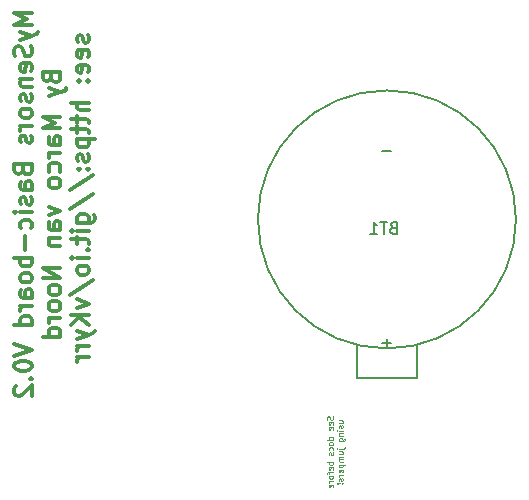
<source format=gbo>
G04 #@! TF.FileFunction,Legend,Bot*
%FSLAX46Y46*%
G04 Gerber Fmt 4.6, Leading zero omitted, Abs format (unit mm)*
G04 Created by KiCad (PCBNEW 4.0.2-stable) date 23-Jul-16 5:25:39 PM*
%MOMM*%
G01*
G04 APERTURE LIST*
%ADD10C,0.100000*%
%ADD11C,0.125000*%
%ADD12C,0.300000*%
%ADD13C,0.150000*%
G04 APERTURE END LIST*
D10*
D11*
X172954381Y-127937002D02*
X172978190Y-128008431D01*
X172978190Y-128127478D01*
X172954381Y-128175097D01*
X172930571Y-128198907D01*
X172882952Y-128222716D01*
X172835333Y-128222716D01*
X172787714Y-128198907D01*
X172763905Y-128175097D01*
X172740095Y-128127478D01*
X172716286Y-128032240D01*
X172692476Y-127984621D01*
X172668667Y-127960812D01*
X172621048Y-127937002D01*
X172573429Y-127937002D01*
X172525810Y-127960812D01*
X172502000Y-127984621D01*
X172478190Y-128032240D01*
X172478190Y-128151288D01*
X172502000Y-128222716D01*
X172954381Y-128627478D02*
X172978190Y-128579859D01*
X172978190Y-128484621D01*
X172954381Y-128437002D01*
X172906762Y-128413192D01*
X172716286Y-128413192D01*
X172668667Y-128437002D01*
X172644857Y-128484621D01*
X172644857Y-128579859D01*
X172668667Y-128627478D01*
X172716286Y-128651287D01*
X172763905Y-128651287D01*
X172811524Y-128413192D01*
X172954381Y-129056049D02*
X172978190Y-129008430D01*
X172978190Y-128913192D01*
X172954381Y-128865573D01*
X172906762Y-128841763D01*
X172716286Y-128841763D01*
X172668667Y-128865573D01*
X172644857Y-128913192D01*
X172644857Y-129008430D01*
X172668667Y-129056049D01*
X172716286Y-129079858D01*
X172763905Y-129079858D01*
X172811524Y-128841763D01*
X172978190Y-129889381D02*
X172478190Y-129889381D01*
X172954381Y-129889381D02*
X172978190Y-129841762D01*
X172978190Y-129746524D01*
X172954381Y-129698905D01*
X172930571Y-129675096D01*
X172882952Y-129651286D01*
X172740095Y-129651286D01*
X172692476Y-129675096D01*
X172668667Y-129698905D01*
X172644857Y-129746524D01*
X172644857Y-129841762D01*
X172668667Y-129889381D01*
X172978190Y-130198905D02*
X172954381Y-130151286D01*
X172930571Y-130127477D01*
X172882952Y-130103667D01*
X172740095Y-130103667D01*
X172692476Y-130127477D01*
X172668667Y-130151286D01*
X172644857Y-130198905D01*
X172644857Y-130270334D01*
X172668667Y-130317953D01*
X172692476Y-130341762D01*
X172740095Y-130365572D01*
X172882952Y-130365572D01*
X172930571Y-130341762D01*
X172954381Y-130317953D01*
X172978190Y-130270334D01*
X172978190Y-130198905D01*
X172954381Y-130794143D02*
X172978190Y-130746524D01*
X172978190Y-130651286D01*
X172954381Y-130603667D01*
X172930571Y-130579858D01*
X172882952Y-130556048D01*
X172740095Y-130556048D01*
X172692476Y-130579858D01*
X172668667Y-130603667D01*
X172644857Y-130651286D01*
X172644857Y-130746524D01*
X172668667Y-130794143D01*
X172954381Y-130984619D02*
X172978190Y-131032238D01*
X172978190Y-131127476D01*
X172954381Y-131175095D01*
X172906762Y-131198905D01*
X172882952Y-131198905D01*
X172835333Y-131175095D01*
X172811524Y-131127476D01*
X172811524Y-131056048D01*
X172787714Y-131008429D01*
X172740095Y-130984619D01*
X172716286Y-130984619D01*
X172668667Y-131008429D01*
X172644857Y-131056048D01*
X172644857Y-131127476D01*
X172668667Y-131175095D01*
X172978190Y-131794143D02*
X172478190Y-131794143D01*
X172668667Y-131794143D02*
X172644857Y-131841762D01*
X172644857Y-131937000D01*
X172668667Y-131984619D01*
X172692476Y-132008428D01*
X172740095Y-132032238D01*
X172882952Y-132032238D01*
X172930571Y-132008428D01*
X172954381Y-131984619D01*
X172978190Y-131937000D01*
X172978190Y-131841762D01*
X172954381Y-131794143D01*
X172954381Y-132437000D02*
X172978190Y-132389381D01*
X172978190Y-132294143D01*
X172954381Y-132246524D01*
X172906762Y-132222714D01*
X172716286Y-132222714D01*
X172668667Y-132246524D01*
X172644857Y-132294143D01*
X172644857Y-132389381D01*
X172668667Y-132437000D01*
X172716286Y-132460809D01*
X172763905Y-132460809D01*
X172811524Y-132222714D01*
X172644857Y-132603666D02*
X172644857Y-132794142D01*
X172978190Y-132675095D02*
X172549619Y-132675095D01*
X172502000Y-132698904D01*
X172478190Y-132746523D01*
X172478190Y-132794142D01*
X172978190Y-133032237D02*
X172954381Y-132984618D01*
X172930571Y-132960809D01*
X172882952Y-132936999D01*
X172740095Y-132936999D01*
X172692476Y-132960809D01*
X172668667Y-132984618D01*
X172644857Y-133032237D01*
X172644857Y-133103666D01*
X172668667Y-133151285D01*
X172692476Y-133175094D01*
X172740095Y-133198904D01*
X172882952Y-133198904D01*
X172930571Y-133175094D01*
X172954381Y-133151285D01*
X172978190Y-133103666D01*
X172978190Y-133032237D01*
X172978190Y-133413190D02*
X172644857Y-133413190D01*
X172740095Y-133413190D02*
X172692476Y-133436999D01*
X172668667Y-133460809D01*
X172644857Y-133508428D01*
X172644857Y-133556047D01*
X172954381Y-133913190D02*
X172978190Y-133865571D01*
X172978190Y-133770333D01*
X172954381Y-133722714D01*
X172906762Y-133698904D01*
X172716286Y-133698904D01*
X172668667Y-133722714D01*
X172644857Y-133770333D01*
X172644857Y-133865571D01*
X172668667Y-133913190D01*
X172716286Y-133936999D01*
X172763905Y-133936999D01*
X172811524Y-133698904D01*
X173469857Y-128484619D02*
X173803190Y-128484619D01*
X173469857Y-128270334D02*
X173731762Y-128270334D01*
X173779381Y-128294143D01*
X173803190Y-128341762D01*
X173803190Y-128413191D01*
X173779381Y-128460810D01*
X173755571Y-128484619D01*
X173779381Y-128698905D02*
X173803190Y-128746524D01*
X173803190Y-128841762D01*
X173779381Y-128889381D01*
X173731762Y-128913191D01*
X173707952Y-128913191D01*
X173660333Y-128889381D01*
X173636524Y-128841762D01*
X173636524Y-128770334D01*
X173612714Y-128722715D01*
X173565095Y-128698905D01*
X173541286Y-128698905D01*
X173493667Y-128722715D01*
X173469857Y-128770334D01*
X173469857Y-128841762D01*
X173493667Y-128889381D01*
X173803190Y-129127477D02*
X173469857Y-129127477D01*
X173303190Y-129127477D02*
X173327000Y-129103667D01*
X173350810Y-129127477D01*
X173327000Y-129151286D01*
X173303190Y-129127477D01*
X173350810Y-129127477D01*
X173469857Y-129365572D02*
X173803190Y-129365572D01*
X173517476Y-129365572D02*
X173493667Y-129389381D01*
X173469857Y-129437000D01*
X173469857Y-129508429D01*
X173493667Y-129556048D01*
X173541286Y-129579857D01*
X173803190Y-129579857D01*
X173469857Y-130032238D02*
X173874619Y-130032238D01*
X173922238Y-130008429D01*
X173946048Y-129984619D01*
X173969857Y-129937000D01*
X173969857Y-129865572D01*
X173946048Y-129817953D01*
X173779381Y-130032238D02*
X173803190Y-129984619D01*
X173803190Y-129889381D01*
X173779381Y-129841762D01*
X173755571Y-129817953D01*
X173707952Y-129794143D01*
X173565095Y-129794143D01*
X173517476Y-129817953D01*
X173493667Y-129841762D01*
X173469857Y-129889381D01*
X173469857Y-129984619D01*
X173493667Y-130032238D01*
X173469857Y-130651286D02*
X173898429Y-130651286D01*
X173946048Y-130627476D01*
X173969857Y-130579857D01*
X173969857Y-130556048D01*
X173303190Y-130651286D02*
X173327000Y-130627476D01*
X173350810Y-130651286D01*
X173327000Y-130675095D01*
X173303190Y-130651286D01*
X173350810Y-130651286D01*
X173469857Y-131103666D02*
X173803190Y-131103666D01*
X173469857Y-130889381D02*
X173731762Y-130889381D01*
X173779381Y-130913190D01*
X173803190Y-130960809D01*
X173803190Y-131032238D01*
X173779381Y-131079857D01*
X173755571Y-131103666D01*
X173803190Y-131341762D02*
X173469857Y-131341762D01*
X173517476Y-131341762D02*
X173493667Y-131365571D01*
X173469857Y-131413190D01*
X173469857Y-131484619D01*
X173493667Y-131532238D01*
X173541286Y-131556047D01*
X173803190Y-131556047D01*
X173541286Y-131556047D02*
X173493667Y-131579857D01*
X173469857Y-131627476D01*
X173469857Y-131698904D01*
X173493667Y-131746524D01*
X173541286Y-131770333D01*
X173803190Y-131770333D01*
X173469857Y-132008429D02*
X173969857Y-132008429D01*
X173493667Y-132008429D02*
X173469857Y-132056048D01*
X173469857Y-132151286D01*
X173493667Y-132198905D01*
X173517476Y-132222714D01*
X173565095Y-132246524D01*
X173707952Y-132246524D01*
X173755571Y-132222714D01*
X173779381Y-132198905D01*
X173803190Y-132151286D01*
X173803190Y-132056048D01*
X173779381Y-132008429D01*
X173779381Y-132651286D02*
X173803190Y-132603667D01*
X173803190Y-132508429D01*
X173779381Y-132460810D01*
X173731762Y-132437000D01*
X173541286Y-132437000D01*
X173493667Y-132460810D01*
X173469857Y-132508429D01*
X173469857Y-132603667D01*
X173493667Y-132651286D01*
X173541286Y-132675095D01*
X173588905Y-132675095D01*
X173636524Y-132437000D01*
X173803190Y-132889381D02*
X173469857Y-132889381D01*
X173565095Y-132889381D02*
X173517476Y-132913190D01*
X173493667Y-132937000D01*
X173469857Y-132984619D01*
X173469857Y-133032238D01*
X173779381Y-133175095D02*
X173803190Y-133222714D01*
X173803190Y-133317952D01*
X173779381Y-133365571D01*
X173731762Y-133389381D01*
X173707952Y-133389381D01*
X173660333Y-133365571D01*
X173636524Y-133317952D01*
X173636524Y-133246524D01*
X173612714Y-133198905D01*
X173565095Y-133175095D01*
X173541286Y-133175095D01*
X173493667Y-133198905D01*
X173469857Y-133246524D01*
X173469857Y-133317952D01*
X173493667Y-133365571D01*
X173755571Y-133603667D02*
X173779381Y-133627476D01*
X173803190Y-133603667D01*
X173779381Y-133579857D01*
X173755571Y-133603667D01*
X173803190Y-133603667D01*
X173612714Y-133603667D02*
X173327000Y-133579857D01*
X173303190Y-133603667D01*
X173327000Y-133627476D01*
X173612714Y-133603667D01*
X173303190Y-133603667D01*
D12*
X147503571Y-93803429D02*
X146003571Y-93803429D01*
X147075000Y-94303429D01*
X146003571Y-94803429D01*
X147503571Y-94803429D01*
X146503571Y-95374858D02*
X147503571Y-95732001D01*
X146503571Y-96089143D02*
X147503571Y-95732001D01*
X147860714Y-95589143D01*
X147932143Y-95517715D01*
X148003571Y-95374858D01*
X147432143Y-96589143D02*
X147503571Y-96803429D01*
X147503571Y-97160572D01*
X147432143Y-97303429D01*
X147360714Y-97374858D01*
X147217857Y-97446286D01*
X147075000Y-97446286D01*
X146932143Y-97374858D01*
X146860714Y-97303429D01*
X146789286Y-97160572D01*
X146717857Y-96874858D01*
X146646429Y-96732000D01*
X146575000Y-96660572D01*
X146432143Y-96589143D01*
X146289286Y-96589143D01*
X146146429Y-96660572D01*
X146075000Y-96732000D01*
X146003571Y-96874858D01*
X146003571Y-97232000D01*
X146075000Y-97446286D01*
X147432143Y-98660571D02*
X147503571Y-98517714D01*
X147503571Y-98232000D01*
X147432143Y-98089143D01*
X147289286Y-98017714D01*
X146717857Y-98017714D01*
X146575000Y-98089143D01*
X146503571Y-98232000D01*
X146503571Y-98517714D01*
X146575000Y-98660571D01*
X146717857Y-98732000D01*
X146860714Y-98732000D01*
X147003571Y-98017714D01*
X146503571Y-99374857D02*
X147503571Y-99374857D01*
X146646429Y-99374857D02*
X146575000Y-99446285D01*
X146503571Y-99589143D01*
X146503571Y-99803428D01*
X146575000Y-99946285D01*
X146717857Y-100017714D01*
X147503571Y-100017714D01*
X147432143Y-100660571D02*
X147503571Y-100803428D01*
X147503571Y-101089143D01*
X147432143Y-101232000D01*
X147289286Y-101303428D01*
X147217857Y-101303428D01*
X147075000Y-101232000D01*
X147003571Y-101089143D01*
X147003571Y-100874857D01*
X146932143Y-100732000D01*
X146789286Y-100660571D01*
X146717857Y-100660571D01*
X146575000Y-100732000D01*
X146503571Y-100874857D01*
X146503571Y-101089143D01*
X146575000Y-101232000D01*
X147503571Y-102160572D02*
X147432143Y-102017714D01*
X147360714Y-101946286D01*
X147217857Y-101874857D01*
X146789286Y-101874857D01*
X146646429Y-101946286D01*
X146575000Y-102017714D01*
X146503571Y-102160572D01*
X146503571Y-102374857D01*
X146575000Y-102517714D01*
X146646429Y-102589143D01*
X146789286Y-102660572D01*
X147217857Y-102660572D01*
X147360714Y-102589143D01*
X147432143Y-102517714D01*
X147503571Y-102374857D01*
X147503571Y-102160572D01*
X147503571Y-103303429D02*
X146503571Y-103303429D01*
X146789286Y-103303429D02*
X146646429Y-103374857D01*
X146575000Y-103446286D01*
X146503571Y-103589143D01*
X146503571Y-103732000D01*
X147432143Y-104160571D02*
X147503571Y-104303428D01*
X147503571Y-104589143D01*
X147432143Y-104732000D01*
X147289286Y-104803428D01*
X147217857Y-104803428D01*
X147075000Y-104732000D01*
X147003571Y-104589143D01*
X147003571Y-104374857D01*
X146932143Y-104232000D01*
X146789286Y-104160571D01*
X146717857Y-104160571D01*
X146575000Y-104232000D01*
X146503571Y-104374857D01*
X146503571Y-104589143D01*
X146575000Y-104732000D01*
X146717857Y-107089143D02*
X146789286Y-107303429D01*
X146860714Y-107374857D01*
X147003571Y-107446286D01*
X147217857Y-107446286D01*
X147360714Y-107374857D01*
X147432143Y-107303429D01*
X147503571Y-107160571D01*
X147503571Y-106589143D01*
X146003571Y-106589143D01*
X146003571Y-107089143D01*
X146075000Y-107232000D01*
X146146429Y-107303429D01*
X146289286Y-107374857D01*
X146432143Y-107374857D01*
X146575000Y-107303429D01*
X146646429Y-107232000D01*
X146717857Y-107089143D01*
X146717857Y-106589143D01*
X147503571Y-108732000D02*
X146717857Y-108732000D01*
X146575000Y-108660571D01*
X146503571Y-108517714D01*
X146503571Y-108232000D01*
X146575000Y-108089143D01*
X147432143Y-108732000D02*
X147503571Y-108589143D01*
X147503571Y-108232000D01*
X147432143Y-108089143D01*
X147289286Y-108017714D01*
X147146429Y-108017714D01*
X147003571Y-108089143D01*
X146932143Y-108232000D01*
X146932143Y-108589143D01*
X146860714Y-108732000D01*
X147432143Y-109374857D02*
X147503571Y-109517714D01*
X147503571Y-109803429D01*
X147432143Y-109946286D01*
X147289286Y-110017714D01*
X147217857Y-110017714D01*
X147075000Y-109946286D01*
X147003571Y-109803429D01*
X147003571Y-109589143D01*
X146932143Y-109446286D01*
X146789286Y-109374857D01*
X146717857Y-109374857D01*
X146575000Y-109446286D01*
X146503571Y-109589143D01*
X146503571Y-109803429D01*
X146575000Y-109946286D01*
X147503571Y-110660572D02*
X146503571Y-110660572D01*
X146003571Y-110660572D02*
X146075000Y-110589143D01*
X146146429Y-110660572D01*
X146075000Y-110732000D01*
X146003571Y-110660572D01*
X146146429Y-110660572D01*
X147432143Y-112017715D02*
X147503571Y-111874858D01*
X147503571Y-111589144D01*
X147432143Y-111446286D01*
X147360714Y-111374858D01*
X147217857Y-111303429D01*
X146789286Y-111303429D01*
X146646429Y-111374858D01*
X146575000Y-111446286D01*
X146503571Y-111589144D01*
X146503571Y-111874858D01*
X146575000Y-112017715D01*
X146932143Y-112660572D02*
X146932143Y-113803429D01*
X147503571Y-114517715D02*
X146003571Y-114517715D01*
X146575000Y-114517715D02*
X146503571Y-114660572D01*
X146503571Y-114946286D01*
X146575000Y-115089143D01*
X146646429Y-115160572D01*
X146789286Y-115232001D01*
X147217857Y-115232001D01*
X147360714Y-115160572D01*
X147432143Y-115089143D01*
X147503571Y-114946286D01*
X147503571Y-114660572D01*
X147432143Y-114517715D01*
X147503571Y-116089144D02*
X147432143Y-115946286D01*
X147360714Y-115874858D01*
X147217857Y-115803429D01*
X146789286Y-115803429D01*
X146646429Y-115874858D01*
X146575000Y-115946286D01*
X146503571Y-116089144D01*
X146503571Y-116303429D01*
X146575000Y-116446286D01*
X146646429Y-116517715D01*
X146789286Y-116589144D01*
X147217857Y-116589144D01*
X147360714Y-116517715D01*
X147432143Y-116446286D01*
X147503571Y-116303429D01*
X147503571Y-116089144D01*
X147503571Y-117874858D02*
X146717857Y-117874858D01*
X146575000Y-117803429D01*
X146503571Y-117660572D01*
X146503571Y-117374858D01*
X146575000Y-117232001D01*
X147432143Y-117874858D02*
X147503571Y-117732001D01*
X147503571Y-117374858D01*
X147432143Y-117232001D01*
X147289286Y-117160572D01*
X147146429Y-117160572D01*
X147003571Y-117232001D01*
X146932143Y-117374858D01*
X146932143Y-117732001D01*
X146860714Y-117874858D01*
X147503571Y-118589144D02*
X146503571Y-118589144D01*
X146789286Y-118589144D02*
X146646429Y-118660572D01*
X146575000Y-118732001D01*
X146503571Y-118874858D01*
X146503571Y-119017715D01*
X147503571Y-120160572D02*
X146003571Y-120160572D01*
X147432143Y-120160572D02*
X147503571Y-120017715D01*
X147503571Y-119732001D01*
X147432143Y-119589143D01*
X147360714Y-119517715D01*
X147217857Y-119446286D01*
X146789286Y-119446286D01*
X146646429Y-119517715D01*
X146575000Y-119589143D01*
X146503571Y-119732001D01*
X146503571Y-120017715D01*
X146575000Y-120160572D01*
X146003571Y-121803429D02*
X147503571Y-122303429D01*
X146003571Y-122803429D01*
X146003571Y-123589143D02*
X146003571Y-123732000D01*
X146075000Y-123874857D01*
X146146429Y-123946286D01*
X146289286Y-124017715D01*
X146575000Y-124089143D01*
X146932143Y-124089143D01*
X147217857Y-124017715D01*
X147360714Y-123946286D01*
X147432143Y-123874857D01*
X147503571Y-123732000D01*
X147503571Y-123589143D01*
X147432143Y-123446286D01*
X147360714Y-123374857D01*
X147217857Y-123303429D01*
X146932143Y-123232000D01*
X146575000Y-123232000D01*
X146289286Y-123303429D01*
X146146429Y-123374857D01*
X146075000Y-123446286D01*
X146003571Y-123589143D01*
X147360714Y-124732000D02*
X147432143Y-124803428D01*
X147503571Y-124732000D01*
X147432143Y-124660571D01*
X147360714Y-124732000D01*
X147503571Y-124732000D01*
X146146429Y-125374857D02*
X146075000Y-125446286D01*
X146003571Y-125589143D01*
X146003571Y-125946286D01*
X146075000Y-126089143D01*
X146146429Y-126160572D01*
X146289286Y-126232000D01*
X146432143Y-126232000D01*
X146646429Y-126160572D01*
X147503571Y-125303429D01*
X147503571Y-126232000D01*
X149117857Y-99267715D02*
X149189286Y-99482001D01*
X149260714Y-99553429D01*
X149403571Y-99624858D01*
X149617857Y-99624858D01*
X149760714Y-99553429D01*
X149832143Y-99482001D01*
X149903571Y-99339143D01*
X149903571Y-98767715D01*
X148403571Y-98767715D01*
X148403571Y-99267715D01*
X148475000Y-99410572D01*
X148546429Y-99482001D01*
X148689286Y-99553429D01*
X148832143Y-99553429D01*
X148975000Y-99482001D01*
X149046429Y-99410572D01*
X149117857Y-99267715D01*
X149117857Y-98767715D01*
X148903571Y-100124858D02*
X149903571Y-100482001D01*
X148903571Y-100839143D02*
X149903571Y-100482001D01*
X150260714Y-100339143D01*
X150332143Y-100267715D01*
X150403571Y-100124858D01*
X149903571Y-102553429D02*
X148403571Y-102553429D01*
X149475000Y-103053429D01*
X148403571Y-103553429D01*
X149903571Y-103553429D01*
X149903571Y-104910572D02*
X149117857Y-104910572D01*
X148975000Y-104839143D01*
X148903571Y-104696286D01*
X148903571Y-104410572D01*
X148975000Y-104267715D01*
X149832143Y-104910572D02*
X149903571Y-104767715D01*
X149903571Y-104410572D01*
X149832143Y-104267715D01*
X149689286Y-104196286D01*
X149546429Y-104196286D01*
X149403571Y-104267715D01*
X149332143Y-104410572D01*
X149332143Y-104767715D01*
X149260714Y-104910572D01*
X149903571Y-105624858D02*
X148903571Y-105624858D01*
X149189286Y-105624858D02*
X149046429Y-105696286D01*
X148975000Y-105767715D01*
X148903571Y-105910572D01*
X148903571Y-106053429D01*
X149832143Y-107196286D02*
X149903571Y-107053429D01*
X149903571Y-106767715D01*
X149832143Y-106624857D01*
X149760714Y-106553429D01*
X149617857Y-106482000D01*
X149189286Y-106482000D01*
X149046429Y-106553429D01*
X148975000Y-106624857D01*
X148903571Y-106767715D01*
X148903571Y-107053429D01*
X148975000Y-107196286D01*
X149903571Y-108053429D02*
X149832143Y-107910571D01*
X149760714Y-107839143D01*
X149617857Y-107767714D01*
X149189286Y-107767714D01*
X149046429Y-107839143D01*
X148975000Y-107910571D01*
X148903571Y-108053429D01*
X148903571Y-108267714D01*
X148975000Y-108410571D01*
X149046429Y-108482000D01*
X149189286Y-108553429D01*
X149617857Y-108553429D01*
X149760714Y-108482000D01*
X149832143Y-108410571D01*
X149903571Y-108267714D01*
X149903571Y-108053429D01*
X148903571Y-110196286D02*
X149903571Y-110553429D01*
X148903571Y-110910571D01*
X149903571Y-112124857D02*
X149117857Y-112124857D01*
X148975000Y-112053428D01*
X148903571Y-111910571D01*
X148903571Y-111624857D01*
X148975000Y-111482000D01*
X149832143Y-112124857D02*
X149903571Y-111982000D01*
X149903571Y-111624857D01*
X149832143Y-111482000D01*
X149689286Y-111410571D01*
X149546429Y-111410571D01*
X149403571Y-111482000D01*
X149332143Y-111624857D01*
X149332143Y-111982000D01*
X149260714Y-112124857D01*
X148903571Y-112839143D02*
X149903571Y-112839143D01*
X149046429Y-112839143D02*
X148975000Y-112910571D01*
X148903571Y-113053429D01*
X148903571Y-113267714D01*
X148975000Y-113410571D01*
X149117857Y-113482000D01*
X149903571Y-113482000D01*
X149903571Y-115339143D02*
X148403571Y-115339143D01*
X149903571Y-116196286D01*
X148403571Y-116196286D01*
X149903571Y-117124858D02*
X149832143Y-116982000D01*
X149760714Y-116910572D01*
X149617857Y-116839143D01*
X149189286Y-116839143D01*
X149046429Y-116910572D01*
X148975000Y-116982000D01*
X148903571Y-117124858D01*
X148903571Y-117339143D01*
X148975000Y-117482000D01*
X149046429Y-117553429D01*
X149189286Y-117624858D01*
X149617857Y-117624858D01*
X149760714Y-117553429D01*
X149832143Y-117482000D01*
X149903571Y-117339143D01*
X149903571Y-117124858D01*
X149903571Y-118482001D02*
X149832143Y-118339143D01*
X149760714Y-118267715D01*
X149617857Y-118196286D01*
X149189286Y-118196286D01*
X149046429Y-118267715D01*
X148975000Y-118339143D01*
X148903571Y-118482001D01*
X148903571Y-118696286D01*
X148975000Y-118839143D01*
X149046429Y-118910572D01*
X149189286Y-118982001D01*
X149617857Y-118982001D01*
X149760714Y-118910572D01*
X149832143Y-118839143D01*
X149903571Y-118696286D01*
X149903571Y-118482001D01*
X149903571Y-119624858D02*
X148903571Y-119624858D01*
X149189286Y-119624858D02*
X149046429Y-119696286D01*
X148975000Y-119767715D01*
X148903571Y-119910572D01*
X148903571Y-120053429D01*
X149903571Y-121196286D02*
X148403571Y-121196286D01*
X149832143Y-121196286D02*
X149903571Y-121053429D01*
X149903571Y-120767715D01*
X149832143Y-120624857D01*
X149760714Y-120553429D01*
X149617857Y-120482000D01*
X149189286Y-120482000D01*
X149046429Y-120553429D01*
X148975000Y-120624857D01*
X148903571Y-120767715D01*
X148903571Y-121053429D01*
X148975000Y-121196286D01*
X152232143Y-95660570D02*
X152303571Y-95803427D01*
X152303571Y-96089142D01*
X152232143Y-96231999D01*
X152089286Y-96303427D01*
X152017857Y-96303427D01*
X151875000Y-96231999D01*
X151803571Y-96089142D01*
X151803571Y-95874856D01*
X151732143Y-95731999D01*
X151589286Y-95660570D01*
X151517857Y-95660570D01*
X151375000Y-95731999D01*
X151303571Y-95874856D01*
X151303571Y-96089142D01*
X151375000Y-96231999D01*
X152232143Y-97517713D02*
X152303571Y-97374856D01*
X152303571Y-97089142D01*
X152232143Y-96946285D01*
X152089286Y-96874856D01*
X151517857Y-96874856D01*
X151375000Y-96946285D01*
X151303571Y-97089142D01*
X151303571Y-97374856D01*
X151375000Y-97517713D01*
X151517857Y-97589142D01*
X151660714Y-97589142D01*
X151803571Y-96874856D01*
X152232143Y-98803427D02*
X152303571Y-98660570D01*
X152303571Y-98374856D01*
X152232143Y-98231999D01*
X152089286Y-98160570D01*
X151517857Y-98160570D01*
X151375000Y-98231999D01*
X151303571Y-98374856D01*
X151303571Y-98660570D01*
X151375000Y-98803427D01*
X151517857Y-98874856D01*
X151660714Y-98874856D01*
X151803571Y-98160570D01*
X152160714Y-99517713D02*
X152232143Y-99589141D01*
X152303571Y-99517713D01*
X152232143Y-99446284D01*
X152160714Y-99517713D01*
X152303571Y-99517713D01*
X151375000Y-99517713D02*
X151446429Y-99589141D01*
X151517857Y-99517713D01*
X151446429Y-99446284D01*
X151375000Y-99517713D01*
X151517857Y-99517713D01*
X152303571Y-101374856D02*
X150803571Y-101374856D01*
X152303571Y-102017713D02*
X151517857Y-102017713D01*
X151375000Y-101946284D01*
X151303571Y-101803427D01*
X151303571Y-101589142D01*
X151375000Y-101446284D01*
X151446429Y-101374856D01*
X151303571Y-102517713D02*
X151303571Y-103089142D01*
X150803571Y-102731999D02*
X152089286Y-102731999D01*
X152232143Y-102803427D01*
X152303571Y-102946285D01*
X152303571Y-103089142D01*
X151303571Y-103374856D02*
X151303571Y-103946285D01*
X150803571Y-103589142D02*
X152089286Y-103589142D01*
X152232143Y-103660570D01*
X152303571Y-103803428D01*
X152303571Y-103946285D01*
X151303571Y-104446285D02*
X152803571Y-104446285D01*
X151375000Y-104446285D02*
X151303571Y-104589142D01*
X151303571Y-104874856D01*
X151375000Y-105017713D01*
X151446429Y-105089142D01*
X151589286Y-105160571D01*
X152017857Y-105160571D01*
X152160714Y-105089142D01*
X152232143Y-105017713D01*
X152303571Y-104874856D01*
X152303571Y-104589142D01*
X152232143Y-104446285D01*
X152232143Y-105731999D02*
X152303571Y-105874856D01*
X152303571Y-106160571D01*
X152232143Y-106303428D01*
X152089286Y-106374856D01*
X152017857Y-106374856D01*
X151875000Y-106303428D01*
X151803571Y-106160571D01*
X151803571Y-105946285D01*
X151732143Y-105803428D01*
X151589286Y-105731999D01*
X151517857Y-105731999D01*
X151375000Y-105803428D01*
X151303571Y-105946285D01*
X151303571Y-106160571D01*
X151375000Y-106303428D01*
X152160714Y-107017714D02*
X152232143Y-107089142D01*
X152303571Y-107017714D01*
X152232143Y-106946285D01*
X152160714Y-107017714D01*
X152303571Y-107017714D01*
X151375000Y-107017714D02*
X151446429Y-107089142D01*
X151517857Y-107017714D01*
X151446429Y-106946285D01*
X151375000Y-107017714D01*
X151517857Y-107017714D01*
X150732143Y-108803428D02*
X152660714Y-107517714D01*
X150732143Y-110374857D02*
X152660714Y-109089143D01*
X151303571Y-111517715D02*
X152517857Y-111517715D01*
X152660714Y-111446286D01*
X152732143Y-111374858D01*
X152803571Y-111232001D01*
X152803571Y-111017715D01*
X152732143Y-110874858D01*
X152232143Y-111517715D02*
X152303571Y-111374858D01*
X152303571Y-111089144D01*
X152232143Y-110946286D01*
X152160714Y-110874858D01*
X152017857Y-110803429D01*
X151589286Y-110803429D01*
X151446429Y-110874858D01*
X151375000Y-110946286D01*
X151303571Y-111089144D01*
X151303571Y-111374858D01*
X151375000Y-111517715D01*
X152303571Y-112232001D02*
X151303571Y-112232001D01*
X150803571Y-112232001D02*
X150875000Y-112160572D01*
X150946429Y-112232001D01*
X150875000Y-112303429D01*
X150803571Y-112232001D01*
X150946429Y-112232001D01*
X151303571Y-112732001D02*
X151303571Y-113303430D01*
X150803571Y-112946287D02*
X152089286Y-112946287D01*
X152232143Y-113017715D01*
X152303571Y-113160573D01*
X152303571Y-113303430D01*
X152160714Y-113803430D02*
X152232143Y-113874858D01*
X152303571Y-113803430D01*
X152232143Y-113732001D01*
X152160714Y-113803430D01*
X152303571Y-113803430D01*
X152303571Y-114517716D02*
X151303571Y-114517716D01*
X150803571Y-114517716D02*
X150875000Y-114446287D01*
X150946429Y-114517716D01*
X150875000Y-114589144D01*
X150803571Y-114517716D01*
X150946429Y-114517716D01*
X152303571Y-115446288D02*
X152232143Y-115303430D01*
X152160714Y-115232002D01*
X152017857Y-115160573D01*
X151589286Y-115160573D01*
X151446429Y-115232002D01*
X151375000Y-115303430D01*
X151303571Y-115446288D01*
X151303571Y-115660573D01*
X151375000Y-115803430D01*
X151446429Y-115874859D01*
X151589286Y-115946288D01*
X152017857Y-115946288D01*
X152160714Y-115874859D01*
X152232143Y-115803430D01*
X152303571Y-115660573D01*
X152303571Y-115446288D01*
X150732143Y-117660573D02*
X152660714Y-116374859D01*
X151303571Y-118017717D02*
X152303571Y-118374860D01*
X151303571Y-118732002D01*
X152303571Y-119303431D02*
X150803571Y-119303431D01*
X152303571Y-120160574D02*
X151446429Y-119517717D01*
X150803571Y-120160574D02*
X151660714Y-119303431D01*
X151303571Y-120660574D02*
X152303571Y-121017717D01*
X151303571Y-121374859D02*
X152303571Y-121017717D01*
X152660714Y-120874859D01*
X152732143Y-120803431D01*
X152803571Y-120660574D01*
X152303571Y-121946288D02*
X151303571Y-121946288D01*
X151589286Y-121946288D02*
X151446429Y-122017716D01*
X151375000Y-122089145D01*
X151303571Y-122232002D01*
X151303571Y-122374859D01*
X152303571Y-122874859D02*
X151303571Y-122874859D01*
X151589286Y-122874859D02*
X151446429Y-122946287D01*
X151375000Y-123017716D01*
X151303571Y-123160573D01*
X151303571Y-123303430D01*
D13*
X177546000Y-124714000D02*
X175006000Y-124714000D01*
X175006000Y-124714000D02*
X175006000Y-121920000D01*
X177546000Y-124714000D02*
X180086000Y-124714000D01*
X180086000Y-124714000D02*
X180086000Y-121920000D01*
X188470953Y-111252000D02*
G75*
G03X188470953Y-111252000I-10924953J0D01*
G01*
X178077714Y-111942571D02*
X177934857Y-111990190D01*
X177887238Y-112037810D01*
X177839619Y-112133048D01*
X177839619Y-112275905D01*
X177887238Y-112371143D01*
X177934857Y-112418762D01*
X178030095Y-112466381D01*
X178411048Y-112466381D01*
X178411048Y-111466381D01*
X178077714Y-111466381D01*
X177982476Y-111514000D01*
X177934857Y-111561619D01*
X177887238Y-111656857D01*
X177887238Y-111752095D01*
X177934857Y-111847333D01*
X177982476Y-111894952D01*
X178077714Y-111942571D01*
X178411048Y-111942571D01*
X177553905Y-111466381D02*
X176982476Y-111466381D01*
X177268191Y-112466381D02*
X177268191Y-111466381D01*
X176125333Y-112466381D02*
X176696762Y-112466381D01*
X176411048Y-112466381D02*
X176411048Y-111466381D01*
X176506286Y-111609238D01*
X176601524Y-111704476D01*
X176696762Y-111752095D01*
X177926952Y-105481429D02*
X177165047Y-105481429D01*
X177926952Y-121737429D02*
X177165047Y-121737429D01*
X177545999Y-122118381D02*
X177545999Y-121356476D01*
M02*

</source>
